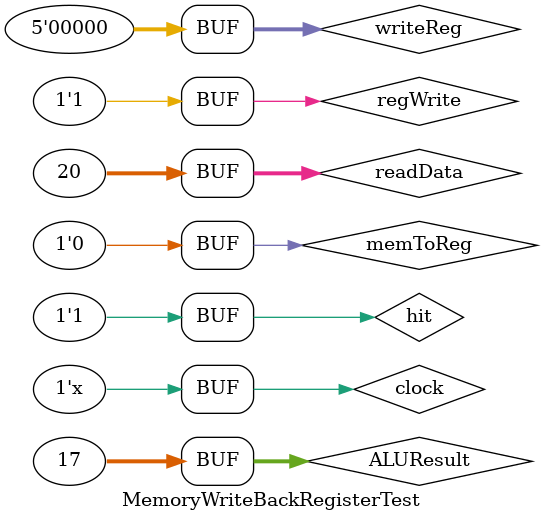
<source format=v>
`timescale 1ns / 1ps

module MemoryWriteBackRegisterTest;

	// Inputs
	reg clock;
	reg hit;
	reg [31:0] readData;
	reg [31:0] ALUResult;
	reg [4:0] writeReg;
	reg regWrite;
	reg memToReg;

	// Outputs
	wire hitOut;
	wire [31:0] readDataOut;
	wire [31:0] ALUResultOut;
	wire [4:0] writeRegOut;
	wire regWriteOut;
	wire memToRegOut;

	// Instantiate the Unit Under Test (UUT)
	MemoryWriteBackRegister uut (
		.clock(clock), 
		.hit(hit), 
		.readData(readData), 
		.ALUResult(ALUResult), 
		.writeReg(writeReg), 
		.regWrite(regWrite), 
		.memToReg(memToReg), 
		.hitOut(hitOut), 
		.readDataOut(readDataOut), 
		.ALUResultOut(ALUResultOut), 
		.writeRegOut(writeRegOut), 
		.regWriteOut(regWriteOut), 
		.memToRegOut(memToRegOut)
	);
	
	initial begin
		clock = 0;

		hit = 0;
		readData  = 5'b01110;
		ALUResult = 32'b0000_0000_0000_0000_0000_0000_0000_0010; //2
		writeReg  = 0;
		regWrite  = 0;
		memToReg  = 1;

		#500;
		
		hit = 1;
		readData  = 5'b10100;
		ALUResult = 32'b0000_0000_0000_0000_0000_0000_0001_0001; //17
		writeReg  = 0;
		regWrite  = 1;
		memToReg  = 0;
        
	end
	
	always #250 clock = ~clock;
      
endmodule


</source>
